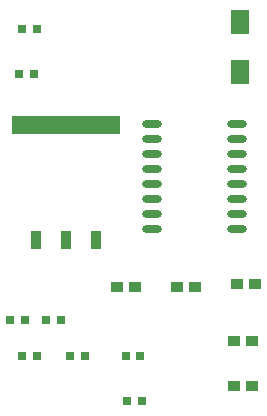
<source format=gbr>
%TF.GenerationSoftware,Altium Limited,Altium Designer,24.7.2 (38)*%
G04 Layer_Color=128*
%FSLAX45Y45*%
%MOMM*%
%TF.SameCoordinates,C77648C0-80D8-424D-8617-BB5A92A82554*%
%TF.FilePolarity,Positive*%
%TF.FileFunction,Paste,Bot*%
%TF.Part,Single*%
G01*
G75*
%TA.AperFunction,SMDPad,CuDef*%
%ADD10R,1.00000X0.90000*%
%ADD26R,1.50000X2.12000*%
%ADD27O,1.65000X0.65000*%
%ADD28R,0.70000X0.80000*%
%ADD29R,9.25000X1.65000*%
%ADD30R,0.90000X1.65000*%
D10*
X2006600Y1346200D02*
D03*
X1854200D02*
D03*
X2514600Y1371600D02*
D03*
X2362200D02*
D03*
X1498600Y1346200D02*
D03*
X1346200D02*
D03*
X2489200Y889000D02*
D03*
X2336800D02*
D03*
X2489200Y508000D02*
D03*
X2336800D02*
D03*
D26*
X2387600Y3166699D02*
D03*
Y3589701D02*
D03*
D27*
X1649100Y1841500D02*
D03*
Y1968500D02*
D03*
Y2095500D02*
D03*
Y2222500D02*
D03*
Y2349500D02*
D03*
Y2476500D02*
D03*
Y2603500D02*
D03*
Y2730500D02*
D03*
X2364100Y1841500D02*
D03*
Y1968500D02*
D03*
Y2095500D02*
D03*
Y2222500D02*
D03*
Y2349500D02*
D03*
Y2476500D02*
D03*
Y2603500D02*
D03*
Y2730500D02*
D03*
D28*
X1076000Y762000D02*
D03*
X956000D02*
D03*
X872800Y1066800D02*
D03*
X752800D02*
D03*
X644200Y3149600D02*
D03*
X524200D02*
D03*
X1558600Y381000D02*
D03*
X1438600D02*
D03*
X1542400Y762000D02*
D03*
X1422400D02*
D03*
X669600D02*
D03*
X549600D02*
D03*
X568000Y1066800D02*
D03*
X448000D02*
D03*
X669600Y3530600D02*
D03*
X549600D02*
D03*
D29*
X914400Y2724201D02*
D03*
D30*
X660400Y1746199D02*
D03*
X914400D02*
D03*
X1168400D02*
D03*
%TF.MD5,7a08d665755765722d869fb678eb805c*%
M02*

</source>
